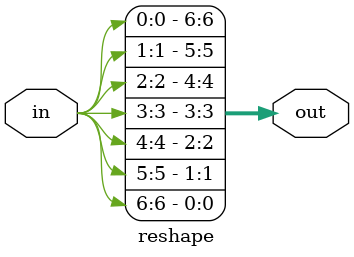
<source format=v>
module reshaping_mux(MuxSelect , MuxIn , Out);
    input wire [6:0] MuxIn;
    input wire [2:0] MuxSelect;
    output reg Out; // signal is set inside the always block
    wire [6:0] ReshapedMuxIn;
    reshape reshapeModuleName (.in(MuxIn) ,.out(ReshapedMuxIn));
    //We instantiate a reshape module and connect wire MuxIn to
    //the input and wire ReshapedMuxIn to the output. All
    //modules need a name so we call it reshapeModuleName
    always@ (*) // declare always block
        begin
            case (MuxSelect) // Construct a Mux
            3'b000: Out = ReshapedMuxIn [0]; // Case 0
            3'b001: Out = ReshapedMuxIn [1]; // Case 1
            3'b010: Out = ReshapedMuxIn [2]; // Case 2
            3'b011: Out = ReshapedMuxIn [3]; // Case 3
            3'b100: Out = ReshapedMuxIn [4]; // Case 4
            3'b101: Out = ReshapedMuxIn [5]; // Case 5
            3'b110: Out = ReshapedMuxIn [6]; // Case 6
            default: Out = 0; // Connect all other mux inputs to 0
            endcase
end
endmodule
module reshape(in, out);
    input wire [6:0] in;
    output reg [6:0] out;
    always@ (*)
        begin
        //Perform the reshaping. Using assign statements and a
        //wire "out" would have been equivalent.
        out [6] = in[0];
        out [5] = in[1];
        out [4] = in[2];
        out [3] = in[3];
        out [2] = in[4];
        out [1] = in[5];
        out [0] = in[6];
        end
endmodule
</source>
